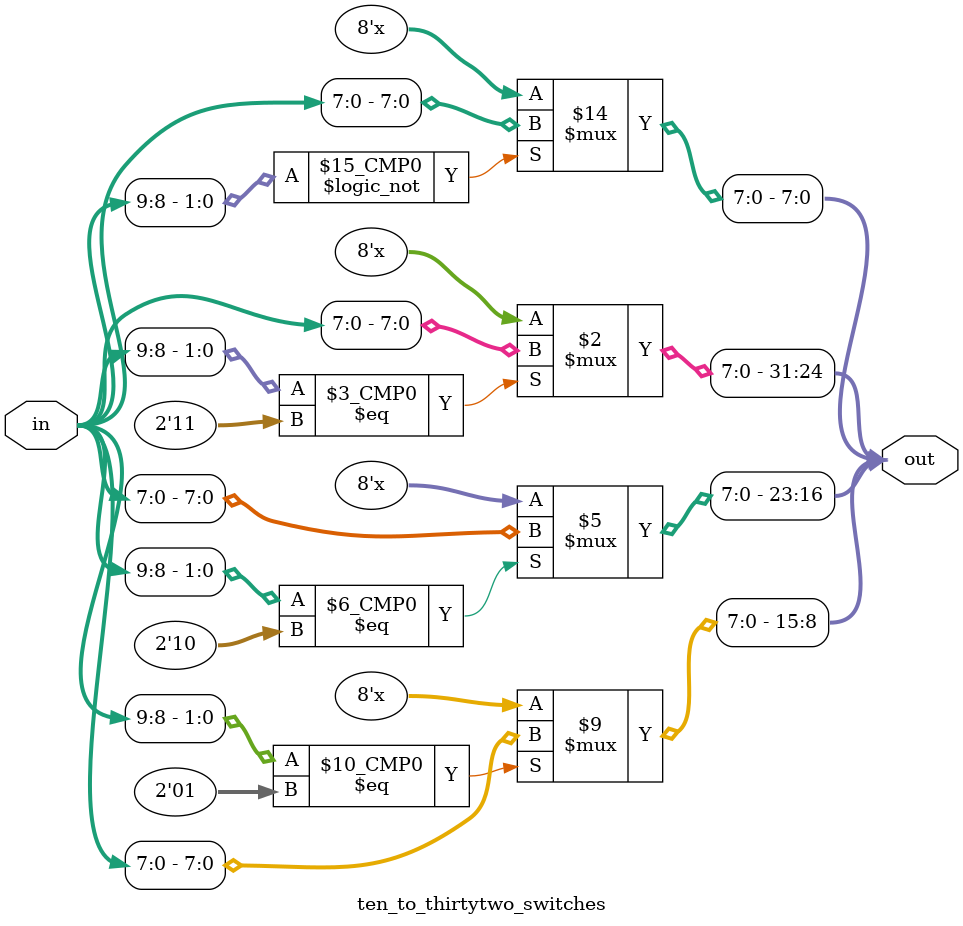
<source format=v>
module ten_to_thirtytwo_switches(in, out);
	input [9:0] in;
	output reg [31:0] out;
	
	always @(in) begin
		case(in[9:8])
			2'b00: out[ 7: 0] <= in[7:0];
			2'b01: out[15: 8] <= in[7:0];
			2'b10: out[23:16] <= in[7:0];
			2'b11: out[31:24] <= in[7:0];
		endcase
	end
endmodule

</source>
